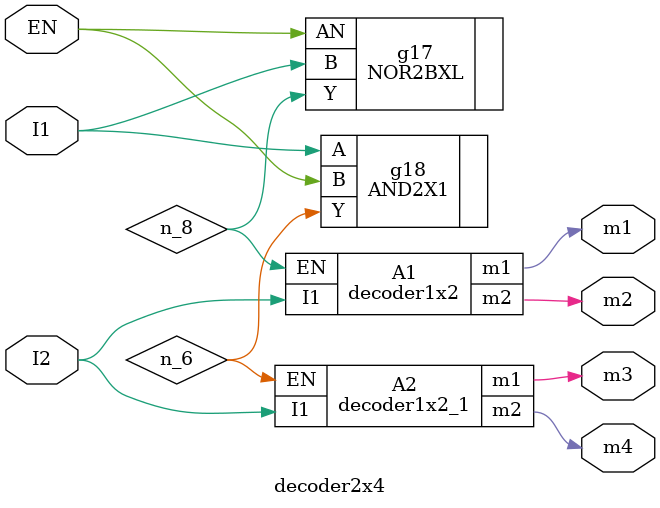
<source format=v>


// Verification Directory fv/decoder2x4 

module decoder1x2(EN, I1, m1, m2);
  input EN, I1;
  output m1, m2;
  wire EN, I1;
  wire m1, m2;
  NOR2BXL g17(.AN (EN), .B (I1), .Y (m1));
  AND2XL g18(.A (I1), .B (EN), .Y (m2));
endmodule

module decoder1x2_1(EN, I1, m1, m2);
  input EN, I1;
  output m1, m2;
  wire EN, I1;
  wire m1, m2;
  NOR2BXL g17(.AN (EN), .B (I1), .Y (m1));
  AND2XL g18(.A (I1), .B (EN), .Y (m2));
endmodule

module decoder2x4(EN, I1, I2, m1, m2, m3, m4);
  input EN, I1, I2;
  output m1, m2, m3, m4;
  wire EN, I1, I2;
  wire m1, m2, m3, m4;
  wire n_6, n_8;
  decoder1x2 A1(n_8, I2, m1, m2);
  decoder1x2_1 A2(n_6, I2, m3, m4);
  NOR2BXL g17(.AN (EN), .B (I1), .Y (n_8));
  AND2X1 g18(.A (I1), .B (EN), .Y (n_6));
endmodule


</source>
